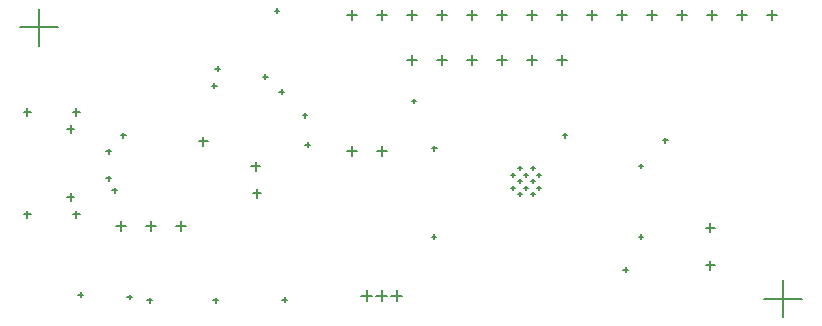
<source format=gbr>
%TF.GenerationSoftware,Altium Limited,Altium Designer,24.0.1 (36)*%
G04 Layer_Color=128*
%FSLAX45Y45*%
%MOMM*%
%TF.SameCoordinates,A01A54B3-6B64-4A67-9B29-D4FC54FCECB2*%
%TF.FilePolarity,Positive*%
%TF.FileFunction,Drillmap*%
%TF.Part,Single*%
G01*
G75*
%TA.AperFunction,NonConductor*%
%ADD43C,0.12700*%
D43*
X3331700Y378285D02*
X3424700D01*
X3378200Y331785D02*
Y424785D01*
X3204700Y378285D02*
X3297700D01*
X3251200Y331785D02*
Y424785D01*
X3077700Y378285D02*
X3170700D01*
X3124200Y331785D02*
Y424785D01*
X4735500Y2369000D02*
X4820500D01*
X4778000Y2326500D02*
Y2411500D01*
X4481500Y2369000D02*
X4566500D01*
X4524000Y2326500D02*
Y2411500D01*
X3465500Y2369000D02*
X3550500D01*
X3508000Y2326500D02*
Y2411500D01*
X3719500Y2369000D02*
X3804500D01*
X3762000Y2326500D02*
Y2411500D01*
X3973500Y2369000D02*
X4058500D01*
X4016000Y2326500D02*
Y2411500D01*
X4227500Y2369000D02*
X4312500D01*
X4270000Y2326500D02*
Y2411500D01*
X2957500Y1600000D02*
X3042500D01*
X3000000Y1557500D02*
Y1642500D01*
X3211500Y1600000D02*
X3296500D01*
X3254000Y1557500D02*
Y1642500D01*
X4571000Y1401000D02*
X4601000D01*
X4586000Y1386000D02*
Y1416000D01*
X4461000Y1401000D02*
X4491000D01*
X4476000Y1386000D02*
Y1416000D01*
X4516000Y1456000D02*
X4546000D01*
X4531000Y1441000D02*
Y1471000D01*
X4406000Y1456000D02*
X4436000D01*
X4421000Y1441000D02*
Y1471000D01*
X4516000Y1346000D02*
X4546000D01*
X4531000Y1331000D02*
Y1361000D01*
X4571000Y1291000D02*
X4601000D01*
X4586000Y1276000D02*
Y1306000D01*
X4461000Y1291000D02*
X4491000D01*
X4476000Y1276000D02*
Y1306000D01*
X4406000Y1346000D02*
X4436000D01*
X4421000Y1331000D02*
Y1361000D01*
X4516000Y1236000D02*
X4546000D01*
X4531000Y1221000D02*
Y1251000D01*
X4351000Y1401000D02*
X4381000D01*
X4366000Y1386000D02*
Y1416000D01*
X4351000Y1291000D02*
X4381000D01*
X4366000Y1276000D02*
Y1306000D01*
X4406000Y1236000D02*
X4436000D01*
X4421000Y1221000D02*
Y1251000D01*
X6513500Y2750000D02*
X6598500D01*
X6556000Y2707500D02*
Y2792500D01*
X6259500Y2750000D02*
X6344500D01*
X6302000Y2707500D02*
Y2792500D01*
X4735500Y2750000D02*
X4820500D01*
X4778000Y2707500D02*
Y2792500D01*
X4481500Y2750000D02*
X4566500D01*
X4524000Y2707500D02*
Y2792500D01*
X4227500Y2750000D02*
X4312500D01*
X4270000Y2707500D02*
Y2792500D01*
X3973500Y2750000D02*
X4058500D01*
X4016000Y2707500D02*
Y2792500D01*
X2957500Y2750000D02*
X3042500D01*
X3000000Y2707500D02*
Y2792500D01*
X3211500Y2750000D02*
X3296500D01*
X3254000Y2707500D02*
Y2792500D01*
X3465500Y2750000D02*
X3550500D01*
X3508000Y2707500D02*
Y2792500D01*
X3719500Y2750000D02*
X3804500D01*
X3762000Y2707500D02*
Y2792500D01*
X4989500Y2750000D02*
X5074500D01*
X5032000Y2707500D02*
Y2792500D01*
X5243500Y2750000D02*
X5328500D01*
X5286000Y2707500D02*
Y2792500D01*
X5497500Y2750000D02*
X5582500D01*
X5540000Y2707500D02*
Y2792500D01*
X5751500Y2750000D02*
X5836500D01*
X5794000Y2707500D02*
Y2792500D01*
X6005500Y2750000D02*
X6090500D01*
X6048000Y2707500D02*
Y2792500D01*
X998900Y965200D02*
X1083900D01*
X1041400Y922700D02*
Y1007700D01*
X1252900Y965200D02*
X1337900D01*
X1295400Y922700D02*
Y1007700D01*
X1506900Y965200D02*
X1591900D01*
X1549400Y922700D02*
Y1007700D01*
X585500Y1789000D02*
X650500D01*
X618000Y1756500D02*
Y1821500D01*
X585500Y1211000D02*
X650500D01*
X618000Y1178500D02*
Y1243500D01*
X638000Y1068000D02*
X698000D01*
X668000Y1038000D02*
Y1098000D01*
X638000Y1932000D02*
X698000D01*
X668000Y1902000D02*
Y1962000D01*
X220000Y1068000D02*
X280000D01*
X250000Y1038000D02*
Y1098000D01*
X220000Y1932000D02*
X280000D01*
X250000Y1902000D02*
Y1962000D01*
X192500Y2650000D02*
X507500D01*
X350000Y2492500D02*
Y2807500D01*
X6492500Y350000D02*
X6807500D01*
X6650000Y192500D02*
Y507500D01*
X5995000Y952500D02*
X6070000D01*
X6032500Y915000D02*
Y990000D01*
X5427000Y876000D02*
X5467000D01*
X5447000Y856000D02*
Y896000D01*
X1844330Y2298170D02*
X1884330D01*
X1864330Y2278170D02*
Y2318170D01*
X3505000Y2025000D02*
X3545000D01*
X3525000Y2005000D02*
Y2045000D01*
X4783400Y1734000D02*
X4823400D01*
X4803400Y1714000D02*
Y1754000D01*
X3677000Y1626000D02*
X3717000D01*
X3697000Y1606000D02*
Y1646000D01*
X2146900Y1473200D02*
X2221900D01*
X2184400Y1435700D02*
Y1510700D01*
X2158300Y1244600D02*
X2233300D01*
X2195800Y1207100D02*
Y1282100D01*
X919800Y1371600D02*
X959800D01*
X939800Y1351600D02*
Y1391600D01*
X919800Y1600200D02*
X959800D01*
X939800Y1580200D02*
Y1620200D01*
X2344740Y2788920D02*
X2384740D01*
X2364740Y2768920D02*
Y2808920D01*
X2583500Y1905000D02*
X2623500D01*
X2603500Y1885000D02*
Y1925000D01*
X5995000Y635000D02*
X6070000D01*
X6032500Y597500D02*
Y672500D01*
X5634040Y1691640D02*
X5674040D01*
X5654040Y1671640D02*
Y1711640D01*
X1097600Y365760D02*
X1137600D01*
X1117600Y345760D02*
Y385760D01*
X683700Y386814D02*
X723700D01*
X703700Y366814D02*
Y406814D01*
X1267900Y336880D02*
X1307900D01*
X1287900Y316880D02*
Y356880D01*
X1702980Y1684020D02*
X1777980D01*
X1740480Y1646520D02*
Y1721520D01*
X1816420Y2153920D02*
X1856420D01*
X1836420Y2133920D02*
Y2173920D01*
X2248220Y2232660D02*
X2288220D01*
X2268220Y2212660D02*
Y2252660D01*
X5298760Y596900D02*
X5338760D01*
X5318760Y576900D02*
Y616900D01*
X2606360Y1656080D02*
X2646360D01*
X2626360Y1636080D02*
Y1676080D01*
X3675700Y876300D02*
X3715700D01*
X3695700Y856300D02*
Y896300D01*
X5427000Y1476000D02*
X5467000D01*
X5447000Y1456000D02*
Y1496000D01*
X970600Y1270000D02*
X1010600D01*
X990600Y1250000D02*
Y1290000D01*
X2410900Y342880D02*
X2450900D01*
X2430900Y322880D02*
Y362880D01*
X1826700Y336880D02*
X1866700D01*
X1846700Y316880D02*
Y356880D01*
X2385380Y2103120D02*
X2425380D01*
X2405380Y2083120D02*
Y2123120D01*
X1043280Y1734820D02*
X1083280D01*
X1063280Y1714820D02*
Y1754820D01*
%TF.MD5,60180a057412ea5b8259909773761daa*%
M02*

</source>
